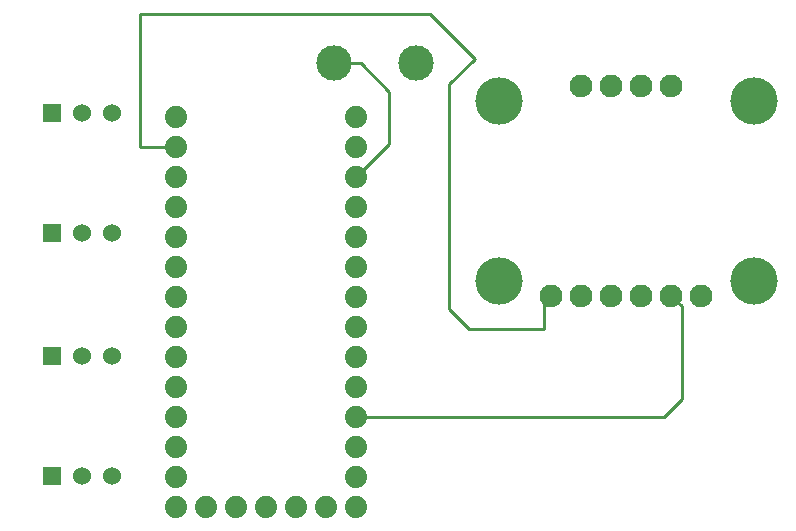
<source format=gbl>
G04 Layer: BottomLayer*
G04 EasyEDA v6.4.7, 2020-12-21T22:23:32--5:00*
G04 5785efef075e4ba8b8defaa2645dbc96,facf1f7924c443e9b0c18128cc6508d2,10*
G04 Gerber Generator version 0.2*
G04 Scale: 100 percent, Rotated: No, Reflected: No *
G04 Dimensions in millimeters *
G04 leading zeros omitted , absolute positions ,3 integer and 3 decimal *
%FSLAX33Y33*%
%MOMM*%
G90*
D02*

%ADD10C,0.254000*%
%ADD12C,2.999994*%
%ADD13C,3.999992*%
%ADD14C,1.930400*%
%ADD16C,1.524000*%
%ADD17C,1.879600*%

%LPD*%
G54D10*
G01X53594Y18288D02*
G01X79629Y18288D01*
G01X81153Y19812D01*
G01X81153Y27686D01*
G01X80264Y28575D01*
G01X51689Y48260D02*
G01X53975Y48260D01*
G01X56388Y45847D01*
G01X56388Y41402D01*
G01X53594Y38608D01*
G01X38354Y41148D02*
G01X35306Y41148D01*
G01X35306Y52451D01*
G01X59817Y52451D01*
G01X63627Y48641D01*
G01X61468Y46482D01*
G01X61468Y27432D01*
G01X63119Y25781D01*
G01X69469Y25781D01*
G01X69469Y27940D01*
G01X70104Y28575D01*
G54D12*
G01X51689Y48260D03*
G01X58674Y48260D03*
G54D13*
G01X65659Y45085D03*
G01X65659Y29845D03*
G54D14*
G01X82804Y28575D03*
G01X80264Y28575D03*
G01X77724Y28575D03*
G01X75184Y28575D03*
G01X72644Y28575D03*
G01X70104Y28575D03*
G01X80264Y46355D03*
G01X77724Y46355D03*
G01X75184Y46355D03*
G01X72644Y46355D03*
G54D13*
G01X87249Y45085D03*
G01X87249Y29845D03*
G36*
G01X27051Y14097D02*
G01X28575Y14097D01*
G01X28575Y12573D01*
G01X27051Y12573D01*
G01X27051Y14097D01*
G37*
G54D16*
G01X30353Y13335D03*
G01X32893Y13335D03*
G36*
G01X27051Y24257D02*
G01X28575Y24257D01*
G01X28575Y22733D01*
G01X27051Y22733D01*
G01X27051Y24257D01*
G37*
G01X30353Y23495D03*
G01X32893Y23495D03*
G36*
G01X27051Y34671D02*
G01X28575Y34671D01*
G01X28575Y33147D01*
G01X27051Y33147D01*
G01X27051Y34671D01*
G37*
G01X30353Y33909D03*
G01X32893Y33909D03*
G36*
G01X27051Y44831D02*
G01X28575Y44831D01*
G01X28575Y43307D01*
G01X27051Y43307D01*
G01X27051Y44831D01*
G37*
G01X30353Y44069D03*
G01X32893Y44069D03*
G54D17*
G01X38354Y43688D03*
G01X38354Y41148D03*
G01X38354Y38608D03*
G01X38354Y36068D03*
G01X38354Y33528D03*
G01X38354Y30988D03*
G01X38354Y28448D03*
G01X38354Y25908D03*
G01X38354Y23368D03*
G01X38354Y20828D03*
G01X38354Y18288D03*
G01X38354Y15748D03*
G01X38354Y13208D03*
G01X38354Y10668D03*
G01X40894Y10668D03*
G01X43434Y10668D03*
G01X45974Y10668D03*
G01X48514Y10668D03*
G01X51054Y10668D03*
G01X53594Y10668D03*
G01X53594Y13208D03*
G01X53594Y15748D03*
G01X53594Y18288D03*
G01X53594Y20828D03*
G01X53594Y23368D03*
G01X53594Y25908D03*
G01X53594Y28448D03*
G01X53594Y30988D03*
G01X53594Y33528D03*
G01X53594Y36068D03*
G01X53594Y38608D03*
G01X53594Y41148D03*
G01X53594Y43688D03*
M00*
M02*

</source>
